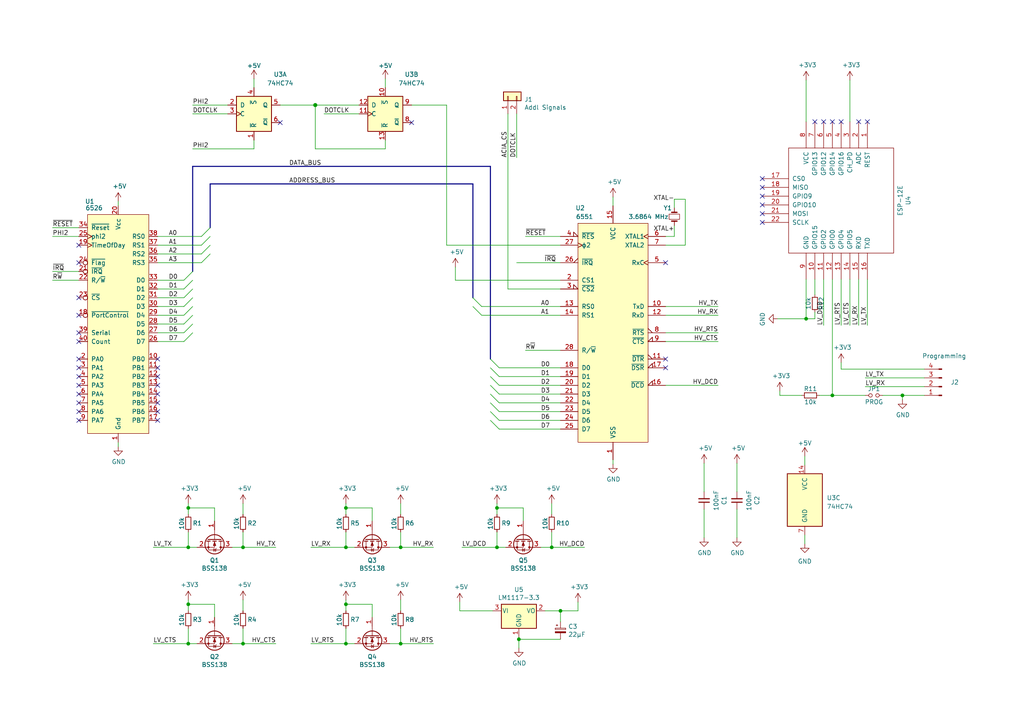
<source format=kicad_sch>
(kicad_sch (version 20210406) (generator eeschema)
  (paper "A4")
  (lib_symbols
    (symbol "6502_library:6551" (pin_names (offset 1.016))
      (property "Reference" "U" (at -10.16 33.02 0))
      (property "Value" "6551" (at 0 0 90))
      (symbol "6551_0_1"
        (rectangle (start -10.16 31.75) (end 10.16 -31.75) (fill (type background)))
      )
      (symbol "6551_1_1"
        (pin power_in line (at 0 -36.83 90) (length 5.08) (name "VSS") (number "1"))
        (pin output line (at 15.24 7.62 180) (length 5.08) (name "TxD") (number "10"))
        (pin output output_low (at 15.24 -7.62 180) (length 5.08) (name "~DTR") (number "11"))
        (pin input line (at 15.24 5.08 180) (length 5.08) (name "RxD") (number "12"))
        (pin input line (at -15.24 7.62 0) (length 5.08) (name "RS0") (number "13"))
        (pin input line (at -15.24 5.08 0) (length 5.08) (name "RS1") (number "14"))
        (pin power_in line (at 0 36.83 270) (length 5.08) (name "VCC") (number "15"))
        (pin input input_low (at 15.24 -15.24 180) (length 5.08) (name "~DCD") (number "16"))
        (pin input input_low (at 15.24 -10.16 180) (length 5.08) (name "~DSR") (number "17"))
        (pin bidirectional line (at -15.24 -10.16 0) (length 5.08) (name "D0") (number "18"))
        (pin bidirectional line (at -15.24 -12.7 0) (length 5.08) (name "D1") (number "19"))
        (pin input line (at -15.24 15.24 0) (length 5.08) (name "CS1") (number "2"))
        (pin bidirectional line (at -15.24 -15.24 0) (length 5.08) (name "D2") (number "20"))
        (pin bidirectional line (at -15.24 -17.78 0) (length 5.08) (name "D3") (number "21"))
        (pin bidirectional line (at -15.24 -20.32 0) (length 5.08) (name "D4") (number "22"))
        (pin bidirectional line (at -15.24 -22.86 0) (length 5.08) (name "D5") (number "23"))
        (pin bidirectional line (at -15.24 -25.4 0) (length 5.08) (name "D6") (number "24"))
        (pin bidirectional line (at -15.24 -27.94 0) (length 5.08) (name "D7") (number "25"))
        (pin open_collector output_low (at -15.24 20.32 0) (length 5.08) (name "~IRQ") (number "26"))
        (pin input clock (at -15.24 25.4 0) (length 5.08) (name "ϕ2") (number "27"))
        (pin input line (at -15.24 -5.08 0) (length 5.08) (name "R/~W") (number "28"))
        (pin input input_low (at -15.24 12.7 0) (length 5.08) (name "~CS2") (number "3"))
        (pin input input_low (at -15.24 27.94 0) (length 5.08) (name "~RES") (number "4"))
        (pin bidirectional clock (at 15.24 20.32 180) (length 5.08) (name "RxC") (number "5"))
        (pin input clock (at 15.24 27.94 180) (length 5.08) (name "XTAL1") (number "6"))
        (pin output line (at 15.24 25.4 180) (length 5.08) (name "XTAL2") (number "7"))
        (pin output output_low (at 15.24 0 180) (length 5.08) (name "~RTS") (number "8"))
        (pin input input_low (at 15.24 -2.54 180) (length 5.08) (name "~CTS") (number "9"))
      )
    )
    (symbol "74xx:74HC74" (pin_names (offset 1.016))
      (property "Reference" "U" (at -7.62 8.89 0))
      (property "Value" "74HC74" (at -7.62 -8.89 0))
      (symbol "74HC74_1_0"
        (pin input line (at 0 -7.62 90) (length 2.54) (name "~R") (number "1"))
        (pin input line (at -7.62 2.54 0) (length 2.54) (name "D") (number "2"))
        (pin input clock (at -7.62 0 0) (length 2.54) (name "C") (number "3"))
        (pin input line (at 0 7.62 270) (length 2.54) (name "~S") (number "4"))
        (pin output line (at 7.62 2.54 180) (length 2.54) (name "Q") (number "5"))
        (pin output line (at 7.62 -2.54 180) (length 2.54) (name "~Q") (number "6"))
      )
      (symbol "74HC74_1_1"
        (rectangle (start -5.08 5.08) (end 5.08 -5.08) (stroke (width 0.254)) (fill (type background)))
      )
      (symbol "74HC74_2_0"
        (pin input line (at 0 7.62 270) (length 2.54) (name "~S") (number "10"))
        (pin input clock (at -7.62 0 0) (length 2.54) (name "C") (number "11"))
        (pin input line (at -7.62 2.54 0) (length 2.54) (name "D") (number "12"))
        (pin input line (at 0 -7.62 90) (length 2.54) (name "~R") (number "13"))
        (pin output line (at 7.62 -2.54 180) (length 2.54) (name "~Q") (number "8"))
        (pin output line (at 7.62 2.54 180) (length 2.54) (name "Q") (number "9"))
      )
      (symbol "74HC74_2_1"
        (rectangle (start -5.08 5.08) (end 5.08 -5.08) (stroke (width 0.254)) (fill (type background)))
      )
      (symbol "74HC74_3_0"
        (pin power_in line (at 0 10.16 270) (length 2.54) (name "VCC") (number "14"))
        (pin power_in line (at 0 -10.16 90) (length 2.54) (name "GND") (number "7"))
      )
      (symbol "74HC74_3_1"
        (rectangle (start -5.08 7.62) (end 5.08 -7.62) (stroke (width 0.254)) (fill (type background)))
      )
    )
    (symbol "C64:6526" (pin_names (offset 1.016))
      (property "Reference" "U" (at -8.89 33.02 0))
      (property "Value" "6526" (at 8.89 33.02 0))
      (symbol "6526_0_1"
        (rectangle (start -8.89 -31.75) (end 8.89 31.75) (fill (type background)))
      )
      (symbol "6526_1_1"
        (pin power_in line (at 0 -34.29 90) (length 2.54) (name "Gnd") (number "1"))
        (pin bidirectional line (at 11.43 -10.16 180) (length 2.54) (name "PB0") (number "10"))
        (pin bidirectional line (at 11.43 -12.7 180) (length 2.54) (name "PB1") (number "11"))
        (pin bidirectional line (at 11.43 -15.24 180) (length 2.54) (name "PB2") (number "12"))
        (pin bidirectional line (at 11.43 -17.78 180) (length 2.54) (name "PB3") (number "13"))
        (pin bidirectional line (at 11.43 -20.32 180) (length 2.54) (name "PB4") (number "14"))
        (pin bidirectional line (at 11.43 -22.86 180) (length 2.54) (name "PB5") (number "15"))
        (pin bidirectional line (at 11.43 -25.4 180) (length 2.54) (name "PB6") (number "16"))
        (pin bidirectional line (at 11.43 -27.94 180) (length 2.54) (name "PB7") (number "17"))
        (pin input inverted (at -11.43 2.54 0) (length 2.54) (name "~PortControl") (number "18"))
        (pin input clock (at -11.43 22.86 0) (length 2.54) (name "TimeOfDay") (number "19"))
        (pin bidirectional line (at -11.43 -10.16 0) (length 2.54) (name "PA0") (number "2"))
        (pin power_in line (at 0 34.29 270) (length 2.54) (name "Vcc") (number "20"))
        (pin output inverted (at -11.43 15.24 0) (length 2.54) (name "~IRQ") (number "21"))
        (pin input line (at -11.43 12.7 0) (length 2.54) (name "R/~W") (number "22"))
        (pin input inverted (at -11.43 7.62 0) (length 2.54) (name "~CS") (number "23"))
        (pin input inverted (at -11.43 17.78 0) (length 2.54) (name "~Flag") (number "24"))
        (pin input clock (at -11.43 25.4 0) (length 2.54) (name "phi2") (number "25"))
        (pin bidirectional line (at 11.43 -5.08 180) (length 2.54) (name "D7") (number "26"))
        (pin bidirectional line (at 11.43 -2.54 180) (length 2.54) (name "D6") (number "27"))
        (pin bidirectional line (at 11.43 0 180) (length 2.54) (name "D5") (number "28"))
        (pin bidirectional line (at 11.43 2.54 180) (length 2.54) (name "D4") (number "29"))
        (pin bidirectional line (at -11.43 -12.7 0) (length 2.54) (name "PA1") (number "3"))
        (pin bidirectional line (at 11.43 5.08 180) (length 2.54) (name "D3") (number "30"))
        (pin bidirectional line (at 11.43 7.62 180) (length 2.54) (name "D2") (number "31"))
        (pin bidirectional line (at 11.43 10.16 180) (length 2.54) (name "D1") (number "32"))
        (pin bidirectional line (at 11.43 12.7 180) (length 2.54) (name "D0") (number "33"))
        (pin input line (at -11.43 27.94 0) (length 2.54) (name "~Reset") (number "34"))
        (pin input line (at 11.43 17.78 180) (length 2.54) (name "RS3") (number "35"))
        (pin input line (at 11.43 20.32 180) (length 2.54) (name "RS2") (number "36"))
        (pin input line (at 11.43 22.86 180) (length 2.54) (name "RS1") (number "37"))
        (pin input line (at 11.43 25.4 180) (length 2.54) (name "RS0") (number "38"))
        (pin bidirectional line (at -11.43 -2.54 0) (length 2.54) (name "Serial") (number "39"))
        (pin bidirectional line (at -11.43 -15.24 0) (length 2.54) (name "PA2") (number "4"))
        (pin bidirectional line (at -11.43 -5.08 0) (length 2.54) (name "Count") (number "40"))
        (pin bidirectional line (at -11.43 -17.78 0) (length 2.54) (name "PA3") (number "5"))
        (pin bidirectional line (at -11.43 -20.32 0) (length 2.54) (name "PA4") (number "6"))
        (pin bidirectional line (at -11.43 -22.86 0) (length 2.54) (name "PA5") (number "7"))
        (pin bidirectional line (at -11.43 -25.4 0) (length 2.54) (name "PA6") (number "8"))
        (pin bidirectional line (at -11.43 -27.94 0) (length 2.54) (name "PA7") (number "9"))
      )
    )
    (symbol "Connector:Conn_01x04_Male" (pin_names (offset 1.016) hide)
      (property "Reference" "J" (at 0 5.08 0))
      (property "Value" "Conn_01x04_Male" (at 0 -7.62 0))
      (symbol "Conn_01x04_Male_1_1"
        (rectangle (start 0.8636 -4.953) (end 0 -5.207) (stroke (width 0.1524)) (fill (type outline)))
        (rectangle (start 0.8636 -2.413) (end 0 -2.667) (stroke (width 0.1524)) (fill (type outline)))
        (rectangle (start 0.8636 0.127) (end 0 -0.127) (stroke (width 0.1524)) (fill (type outline)))
        (rectangle (start 0.8636 2.667) (end 0 2.413) (stroke (width 0.1524)) (fill (type outline)))
        (polyline (pts (xy 1.27 -5.08) (xy 0.8636 -5.08)) (stroke (width 0.1524)))
        (polyline (pts (xy 1.27 -2.54) (xy 0.8636 -2.54)) (stroke (width 0.1524)))
        (polyline (pts (xy 1.27 0) (xy 0.8636 0)) (stroke (width 0.1524)))
        (polyline (pts (xy 1.27 2.54) (xy 0.8636 2.54)) (stroke (width 0.1524)))
        (pin passive line (at 5.08 2.54 180) (length 3.81) (name "Pin_1") (number "1"))
        (pin passive line (at 5.08 0 180) (length 3.81) (name "Pin_2") (number "2"))
        (pin passive line (at 5.08 -2.54 180) (length 3.81) (name "Pin_3") (number "3"))
        (pin passive line (at 5.08 -5.08 180) (length 3.81) (name "Pin_4") (number "4"))
      )
    )
    (symbol "Connector_Generic:Conn_01x02" (pin_names (offset 1.016) hide)
      (property "Reference" "J" (at 0 2.54 0))
      (property "Value" "Conn_01x02" (at 0 -5.08 0))
      (symbol "Conn_01x02_1_1"
        (rectangle (start -1.27 -2.413) (end 0 -2.667) (stroke (width 0.1524)))
        (rectangle (start -1.27 0.127) (end 0 -0.127) (stroke (width 0.1524)))
        (rectangle (start -1.27 1.27) (end 1.27 -3.81) (stroke (width 0.254)) (fill (type background)))
        (pin passive line (at -5.08 0 0) (length 3.81) (name "Pin_1") (number "1"))
        (pin passive line (at -5.08 -2.54 0) (length 3.81) (name "Pin_2") (number "2"))
      )
    )
    (symbol "Device:CP_Small" (pin_numbers hide) (pin_names (offset 0.254) hide)
      (property "Reference" "C" (at 0.254 1.778 0))
      (property "Value" "CP_Small" (at 0.254 -2.032 0))
      (symbol "CP_Small_0_1"
        (rectangle (start -1.524 0.6858) (end 1.524 0.3048))
        (rectangle (start -1.524 -0.3048) (end 1.524 -0.6858) (fill (type outline)))
        (polyline (pts (xy -1.27 1.524) (xy -0.762 1.524)))
        (polyline (pts (xy -1.016 1.27) (xy -1.016 1.778)))
      )
      (symbol "CP_Small_1_1"
        (pin passive line (at 0 2.54 270) (length 1.8542) (name "~") (number "1"))
        (pin passive line (at 0 -2.54 90) (length 1.8542) (name "~") (number "2"))
      )
    )
    (symbol "Device:C_Small" (pin_numbers hide) (pin_names (offset 0.254) hide)
      (property "Reference" "C" (at 0.254 1.778 0))
      (property "Value" "C_Small" (at 0.254 -2.032 0))
      (symbol "C_Small_0_1"
        (polyline (pts (xy -1.524 -0.508) (xy 1.524 -0.508)) (stroke (width 0.3302)))
        (polyline (pts (xy -1.524 0.508) (xy 1.524 0.508)) (stroke (width 0.3048)))
      )
      (symbol "C_Small_1_1"
        (pin passive line (at 0 2.54 270) (length 2.032) (name "~") (number "1"))
        (pin passive line (at 0 -2.54 90) (length 2.032) (name "~") (number "2"))
      )
    )
    (symbol "Device:Crystal_Small" (pin_numbers hide) (pin_names (offset 1.016) hide)
      (property "Reference" "Y" (at 0 2.54 0))
      (property "Value" "Crystal_Small" (at 0 -2.54 0))
      (symbol "Crystal_Small_0_1"
        (rectangle (start -0.762 -1.524) (end 0.762 1.524))
        (polyline (pts (xy -1.27 -0.762) (xy -1.27 0.762)) (stroke (width 0.381)))
        (polyline (pts (xy 1.27 -0.762) (xy 1.27 0.762)) (stroke (width 0.381)))
      )
      (symbol "Crystal_Small_1_1"
        (pin passive line (at -2.54 0 0) (length 1.27) (name "1") (number "1"))
        (pin passive line (at 2.54 0 180) (length 1.27) (name "2") (number "2"))
      )
    )
    (symbol "Device:Jumper_NO_Small" (pin_numbers hide) (pin_names (offset 0.762) hide)
      (property "Reference" "JP" (at 0 2.032 0))
      (property "Value" "Jumper_NO_Small" (at 0.254 -1.524 0))
      (symbol "Jumper_NO_Small_0_1"
        (circle (center -1.016 0) (radius 0.508))
        (circle (center 1.016 0) (radius 0.508))
        (pin passive line (at -2.54 0 0) (length 1.016) (name "1") (number "1"))
        (pin passive line (at 2.54 0 180) (length 1.016) (name "2") (number "2"))
      )
    )
    (symbol "Device:R_Small" (pin_numbers hide) (pin_names (offset 0.254) hide)
      (property "Reference" "R" (at 0.762 0.508 0))
      (property "Value" "R_Small" (at 0.762 -1.016 0))
      (symbol "R_Small_0_1"
        (rectangle (start -0.762 1.778) (end 0.762 -1.778) (stroke (width 0.2032)))
      )
      (symbol "R_Small_1_1"
        (pin passive line (at 0 2.54 270) (length 0.762) (name "~") (number "1"))
        (pin passive line (at 0 -2.54 90) (length 0.762) (name "~") (number "2"))
      )
    )
    (symbol "ESP8266:ESP-12E" (pin_names (offset 1.016))
      (property "Reference" "U" (at 0 -2.54 0))
      (property "Value" "ESP-12E" (at 0 2.54 0))
      (symbol "ESP-12E_1_0"
        (rectangle (start -15.24 -15.24) (end 15.24 15.24))
      )
      (symbol "ESP-12E_1_1"
        (pin input line (at -22.86 7.62 0) (length 7.62) (name "REST") (number "1"))
        (pin bidirectional line (at 22.86 -7.62 180) (length 7.62) (name "GPIO15") (number "10"))
        (pin bidirectional line (at 22.86 -5.08 180) (length 7.62) (name "GPIO2") (number "11"))
        (pin bidirectional line (at 22.86 -2.54 180) (length 7.62) (name "GPIO0") (number "12"))
        (pin bidirectional line (at 22.86 0 180) (length 7.62) (name "GPIO4") (number "13"))
        (pin bidirectional line (at 22.86 2.54 180) (length 7.62) (name "GPIO5") (number "14"))
        (pin input line (at 22.86 5.08 180) (length 7.62) (name "RXD") (number "15"))
        (pin output line (at 22.86 7.62 180) (length 7.62) (name "TXD") (number "16"))
        (pin bidirectional line (at -6.35 -22.86 90) (length 7.62) (name "CS0") (number "17"))
        (pin bidirectional line (at -3.81 -22.86 90) (length 7.62) (name "MISO") (number "18"))
        (pin bidirectional line (at -1.27 -22.86 90) (length 7.62) (name "GPIO9") (number "19"))
        (pin passive line (at -22.86 5.08 0) (length 7.62) (name "ADC") (number "2"))
        (pin bidirectional line (at 1.27 -22.86 90) (length 7.62) (name "GPIO10") (number "20"))
        (pin bidirectional line (at 3.81 -22.86 90) (length 7.62) (name "MOSI") (number "21"))
        (pin bidirectional line (at 6.35 -22.86 90) (length 7.62) (name "SCLK") (number "22"))
        (pin input line (at -22.86 2.54 0) (length 7.62) (name "CH_PD") (number "3"))
        (pin bidirectional line (at -22.86 0 0) (length 7.62) (name "GPIO16") (number "4"))
        (pin bidirectional line (at -22.86 -2.54 0) (length 7.62) (name "GPIO14") (number "5"))
        (pin bidirectional line (at -22.86 -5.08 0) (length 7.62) (name "GPIO12") (number "6"))
        (pin bidirectional line (at -22.86 -7.62 0) (length 7.62) (name "GPIO13") (number "7"))
        (pin power_in line (at -22.86 -10.16 0) (length 7.62) (name "VCC") (number "8"))
        (pin power_in line (at 22.86 -10.16 180) (length 7.62) (name "GND") (number "9"))
      )
    )
    (symbol "Regulator_Linear:LM1117-3.3" (pin_names (offset 0.254))
      (property "Reference" "U" (at -3.81 3.175 0))
      (property "Value" "LM1117-3.3" (at 0 3.175 0))
      (symbol "LM1117-3.3_0_1"
        (rectangle (start -5.08 -5.08) (end 5.08 1.905) (stroke (width 0.254)) (fill (type background)))
      )
      (symbol "LM1117-3.3_1_1"
        (pin power_in line (at 0 -7.62 90) (length 2.54) (name "GND") (number "1"))
        (pin power_out line (at 7.62 0 180) (length 2.54) (name "VO") (number "2"))
        (pin power_in line (at -7.62 0 0) (length 2.54) (name "VI") (number "3"))
      )
    )
    (symbol "Transistor_FET:BSS138" (pin_names hide)
      (property "Reference" "Q" (at 5.08 1.905 0))
      (property "Value" "BSS138" (at 5.08 0 0))
      (symbol "BSS138_0_1"
        (circle (center 1.651 0) (radius 2.794) (stroke (width 0.254)))
        (circle (center 2.54 -1.778) (radius 0.254) (fill (type outline)))
        (circle (center 2.54 1.778) (radius 0.254) (fill (type outline)))
        (polyline (pts (xy 0.254 0) (xy -2.54 0)))
        (polyline (pts (xy 0.254 1.905) (xy 0.254 -1.905)) (stroke (width 0.254)))
        (polyline (pts (xy 0.762 -1.27) (xy 0.762 -2.286)) (stroke (width 0.254)))
        (polyline (pts (xy 0.762 0.508) (xy 0.762 -0.508)) (stroke (width 0.254)))
        (polyline (pts (xy 0.762 2.286) (xy 0.762 1.27)) (stroke (width 0.254)))
        (polyline (pts (xy 2.54 2.54) (xy 2.54 1.778)))
        (polyline (pts (xy 2.54 -2.54) (xy 2.54 0) (xy 0.762 0)))
        (polyline (pts (xy 0.762 -1.778) (xy 3.302 -1.778) (xy 3.302 1.778) (xy 0.762 1.778)))
        (polyline (pts (xy 2.794 0.508) (xy 2.921 0.381) (xy 3.683 0.381) (xy 3.81 0.254)))
        (polyline (pts (xy 3.302 0.381) (xy 2.921 -0.254) (xy 3.683 -0.254) (xy 3.302 0.381)))
        (polyline (pts (xy 1.016 0) (xy 2.032 0.381) (xy 2.032 -0.381) (xy 1.016 0)) (fill (type outline)))
      )
      (symbol "BSS138_1_1"
        (pin input line (at -5.08 0 0) (length 2.54) (name "G") (number "1"))
        (pin passive line (at 2.54 -5.08 90) (length 2.54) (name "S") (number "2"))
        (pin passive line (at 2.54 5.08 270) (length 2.54) (name "D") (number "3"))
      )
    )
    (symbol "power:+3.3V" (power) (pin_names (offset 0))
      (property "Value" "+3.3V" (at 0 3.556 0))
      (symbol "+3.3V_0_1"
        (polyline (pts (xy -0.762 1.27) (xy 0 2.54)))
        (polyline (pts (xy 0 0) (xy 0 2.54)))
        (polyline (pts (xy 0 2.54) (xy 0.762 1.27)))
      )
      (symbol "+3.3V_1_1"
        (pin power_in line (at 0 0 90) (length 0) hide (name "+3V3") (number "1"))
      )
    )
    (symbol "power:+5V" (power) (pin_names (offset 0))
      (property "Value" "+5V" (at 0 3.556 0))
      (symbol "+5V_0_1"
        (polyline (pts (xy -0.762 1.27) (xy 0 2.54)))
        (polyline (pts (xy 0 0) (xy 0 2.54)))
        (polyline (pts (xy 0 2.54) (xy 0.762 1.27)))
      )
      (symbol "+5V_1_1"
        (pin power_in line (at 0 0 90) (length 0) hide (name "+5V") (number "1"))
      )
    )
    (symbol "power:GND" (power) (pin_names (offset 0))
      (property "Value" "GND" (at 0 -3.81 0))
      (symbol "GND_0_1"
        (polyline (pts (xy 0 0) (xy 0 -1.27) (xy 1.27 -1.27) (xy 0 -2.54) (xy -1.27 -1.27) (xy 0 -1.27)))
      )
      (symbol "GND_1_1"
        (pin power_in line (at 0 0 270) (length 0) hide (name "GND") (number "1"))
      )
    )
  )
  (junction (at 54.61 147.32) (diameter 0.9144))
  (junction (at 54.61 158.75) (diameter 0.9144))
  (junction (at 54.61 175.26) (diameter 0.9144))
  (junction (at 54.61 186.69) (diameter 0.9144))
  (junction (at 70.485 158.75) (diameter 0.9144))
  (junction (at 70.485 186.69) (diameter 0.9144))
  (junction (at 91.44 30.48) (diameter 1.016))
  (junction (at 100.33 147.32) (diameter 0.9144))
  (junction (at 100.33 158.75) (diameter 0.9144))
  (junction (at 100.33 175.26) (diameter 0.9144))
  (junction (at 100.33 186.69) (diameter 0.9144))
  (junction (at 116.205 158.75) (diameter 0.9144))
  (junction (at 116.205 186.69) (diameter 0.9144))
  (junction (at 144.145 147.32) (diameter 0.9144))
  (junction (at 144.145 158.75) (diameter 0.9144))
  (junction (at 150.495 185.42) (diameter 0.9144))
  (junction (at 160.02 158.75) (diameter 0.9144))
  (junction (at 162.56 177.165) (diameter 0.9144))
  (junction (at 233.807 92.456) (diameter 0.9144))
  (junction (at 241.427 114.681) (diameter 0.9144))
  (junction (at 261.747 114.681) (diameter 0.9144))
  (no_connect (at 22.86 71.12))
  (no_connect (at 22.86 76.2))
  (no_connect (at 22.86 86.36))
  (no_connect (at 22.86 91.44))
  (no_connect (at 22.86 96.52))
  (no_connect (at 22.86 99.06))
  (no_connect (at 22.86 104.14))
  (no_connect (at 22.86 106.68))
  (no_connect (at 22.86 109.22))
  (no_connect (at 22.86 111.76))
  (no_connect (at 22.86 114.3))
  (no_connect (at 22.86 116.84))
  (no_connect (at 22.86 119.38))
  (no_connect (at 22.86 121.92))
  (no_connect (at 45.72 104.14))
  (no_connect (at 45.72 106.68))
  (no_connect (at 45.72 109.22))
  (no_connect (at 45.72 111.76))
  (no_connect (at 45.72 114.3))
  (no_connect (at 45.72 116.84))
  (no_connect (at 45.72 119.38))
  (no_connect (at 45.72 121.92))
  (no_connect (at 81.28 35.56))
  (no_connect (at 119.38 35.56))
  (no_connect (at 193.04 76.2))
  (no_connect (at 193.04 104.14))
  (no_connect (at 193.04 106.68))
  (no_connect (at 221.107 51.816))
  (no_connect (at 221.107 54.356))
  (no_connect (at 221.107 56.896))
  (no_connect (at 221.107 59.436))
  (no_connect (at 221.107 61.976))
  (no_connect (at 221.107 64.516))
  (no_connect (at 236.347 35.306))
  (no_connect (at 238.887 35.306))
  (no_connect (at 241.427 35.306))
  (no_connect (at 243.967 35.306))
  (no_connect (at 249.047 35.306))
  (no_connect (at 251.587 35.306))
  (bus_entry (at 53.34 81.28) (size 2.54 -2.54) (stroke (width 0.1524)))
  (bus_entry (at 53.34 83.82) (size 2.54 -2.54) (stroke (width 0.1524)))
  (bus_entry (at 53.34 86.36) (size 2.54 -2.54) (stroke (width 0.1524)))
  (bus_entry (at 53.34 88.9) (size 2.54 -2.54) (stroke (width 0.1524)))
  (bus_entry (at 53.34 91.44) (size 2.54 -2.54) (stroke (width 0.1524)))
  (bus_entry (at 53.34 93.98) (size 2.54 -2.54) (stroke (width 0.1524)))
  (bus_entry (at 53.34 96.52) (size 2.54 -2.54) (stroke (width 0.1524)))
  (bus_entry (at 53.34 99.06) (size 2.54 -2.54) (stroke (width 0.1524)))
  (bus_entry (at 58.42 68.58) (size 2.54 -2.54) (stroke (width 0.1524)))
  (bus_entry (at 58.42 71.12) (size 2.54 -2.54) (stroke (width 0.1524)))
  (bus_entry (at 58.42 73.66) (size 2.54 -2.54) (stroke (width 0.1524)))
  (bus_entry (at 58.42 76.2) (size 2.54 -2.54) (stroke (width 0.1524)))
  (bus_entry (at 139.7 88.9) (size -2.54 -2.54) (stroke (width 0.1524)))
  (bus_entry (at 139.7 91.44) (size -2.54 -2.54) (stroke (width 0.1524)))
  (bus_entry (at 142.24 104.14) (size 2.54 2.54) (stroke (width 0.1524)))
  (bus_entry (at 142.24 106.68) (size 2.54 2.54) (stroke (width 0.1524)))
  (bus_entry (at 142.24 109.22) (size 2.54 2.54) (stroke (width 0.1524)))
  (bus_entry (at 142.24 111.76) (size 2.54 2.54) (stroke (width 0.1524)))
  (bus_entry (at 142.24 114.3) (size 2.54 2.54) (stroke (width 0.1524)))
  (bus_entry (at 142.24 116.84) (size 2.54 2.54) (stroke (width 0.1524)))
  (bus_entry (at 142.24 119.38) (size 2.54 2.54) (stroke (width 0.1524)))
  (bus_entry (at 142.24 121.92) (size 2.54 2.54) (stroke (width 0.1524)))
  (wire (pts (xy 22.86 66.04) (xy 15.24 66.04)))
  (wire (pts (xy 22.86 68.58) (xy 15.24 68.58)))
  (wire (pts (xy 22.86 78.74) (xy 15.24 78.74)))
  (wire (pts (xy 22.86 81.28) (xy 15.24 81.28)))
  (wire (pts (xy 34.29 58.42) (xy 34.29 59.69)))
  (wire (pts (xy 34.29 128.27) (xy 34.29 129.54)))
  (wire (pts (xy 45.72 68.58) (xy 58.42 68.58)))
  (wire (pts (xy 45.72 71.12) (xy 58.42 71.12)))
  (wire (pts (xy 45.72 73.66) (xy 58.42 73.66)))
  (wire (pts (xy 45.72 76.2) (xy 58.42 76.2)))
  (wire (pts (xy 53.34 81.28) (xy 45.72 81.28)))
  (wire (pts (xy 53.34 83.82) (xy 45.72 83.82)))
  (wire (pts (xy 53.34 86.36) (xy 45.72 86.36)))
  (wire (pts (xy 53.34 88.9) (xy 45.72 88.9)))
  (wire (pts (xy 53.34 91.44) (xy 45.72 91.44)))
  (wire (pts (xy 53.34 93.98) (xy 45.72 93.98)))
  (wire (pts (xy 53.34 96.52) (xy 45.72 96.52)))
  (wire (pts (xy 53.34 99.06) (xy 45.72 99.06)))
  (wire (pts (xy 54.61 146.05) (xy 54.61 147.32)))
  (wire (pts (xy 54.61 147.32) (xy 54.61 149.225)))
  (wire (pts (xy 54.61 154.305) (xy 54.61 158.75)))
  (wire (pts (xy 54.61 158.75) (xy 44.45 158.75)))
  (wire (pts (xy 54.61 173.99) (xy 54.61 175.26)))
  (wire (pts (xy 54.61 175.26) (xy 54.61 177.165)))
  (wire (pts (xy 54.61 182.245) (xy 54.61 186.69)))
  (wire (pts (xy 54.61 186.69) (xy 44.45 186.69)))
  (wire (pts (xy 55.88 30.48) (xy 66.04 30.48)))
  (wire (pts (xy 55.88 33.02) (xy 66.04 33.02)))
  (wire (pts (xy 55.88 43.18) (xy 73.66 43.18)))
  (wire (pts (xy 57.15 158.75) (xy 54.61 158.75)))
  (wire (pts (xy 57.15 186.69) (xy 54.61 186.69)))
  (wire (pts (xy 62.23 147.32) (xy 54.61 147.32)))
  (wire (pts (xy 62.23 151.13) (xy 62.23 147.32)))
  (wire (pts (xy 62.23 175.26) (xy 54.61 175.26)))
  (wire (pts (xy 62.23 179.07) (xy 62.23 175.26)))
  (wire (pts (xy 70.485 146.05) (xy 70.485 149.225)))
  (wire (pts (xy 70.485 154.305) (xy 70.485 158.75)))
  (wire (pts (xy 70.485 158.75) (xy 67.31 158.75)))
  (wire (pts (xy 70.485 173.99) (xy 70.485 177.165)))
  (wire (pts (xy 70.485 182.245) (xy 70.485 186.69)))
  (wire (pts (xy 70.485 186.69) (xy 67.31 186.69)))
  (wire (pts (xy 73.66 22.86) (xy 73.66 25.4)))
  (wire (pts (xy 73.66 40.64) (xy 73.66 43.18)))
  (wire (pts (xy 80.01 158.75) (xy 70.485 158.75)))
  (wire (pts (xy 80.01 186.69) (xy 70.485 186.69)))
  (wire (pts (xy 81.28 30.48) (xy 91.44 30.48)))
  (wire (pts (xy 91.44 30.48) (xy 91.44 43.18)))
  (wire (pts (xy 91.44 30.48) (xy 104.14 30.48)))
  (wire (pts (xy 91.44 43.18) (xy 111.76 43.18)))
  (wire (pts (xy 93.98 33.02) (xy 104.14 33.02)))
  (wire (pts (xy 100.33 146.05) (xy 100.33 147.32)))
  (wire (pts (xy 100.33 147.32) (xy 100.33 149.225)))
  (wire (pts (xy 100.33 154.305) (xy 100.33 158.75)))
  (wire (pts (xy 100.33 158.75) (xy 90.17 158.75)))
  (wire (pts (xy 100.33 173.99) (xy 100.33 175.26)))
  (wire (pts (xy 100.33 175.26) (xy 100.33 177.165)))
  (wire (pts (xy 100.33 182.245) (xy 100.33 186.69)))
  (wire (pts (xy 100.33 186.69) (xy 90.17 186.69)))
  (wire (pts (xy 102.87 158.75) (xy 100.33 158.75)))
  (wire (pts (xy 102.87 186.69) (xy 100.33 186.69)))
  (wire (pts (xy 107.95 147.32) (xy 100.33 147.32)))
  (wire (pts (xy 107.95 151.13) (xy 107.95 147.32)))
  (wire (pts (xy 107.95 175.26) (xy 100.33 175.26)))
  (wire (pts (xy 107.95 179.07) (xy 107.95 175.26)))
  (wire (pts (xy 111.76 22.86) (xy 111.76 25.4)))
  (wire (pts (xy 111.76 43.18) (xy 111.76 40.64)))
  (wire (pts (xy 116.205 146.05) (xy 116.205 149.225)))
  (wire (pts (xy 116.205 154.305) (xy 116.205 158.75)))
  (wire (pts (xy 116.205 158.75) (xy 113.03 158.75)))
  (wire (pts (xy 116.205 173.99) (xy 116.205 177.165)))
  (wire (pts (xy 116.205 182.245) (xy 116.205 186.69)))
  (wire (pts (xy 116.205 186.69) (xy 113.03 186.69)))
  (wire (pts (xy 125.73 158.75) (xy 116.205 158.75)))
  (wire (pts (xy 125.73 186.69) (xy 116.205 186.69)))
  (wire (pts (xy 129.54 30.48) (xy 119.38 30.48)))
  (wire (pts (xy 129.54 30.48) (xy 129.54 71.12)))
  (wire (pts (xy 129.54 71.12) (xy 162.56 71.12)))
  (wire (pts (xy 132.08 77.47) (xy 132.08 81.28)))
  (wire (pts (xy 132.08 81.28) (xy 162.56 81.28)))
  (wire (pts (xy 133.35 177.165) (xy 133.35 174.625)))
  (wire (pts (xy 139.7 88.9) (xy 162.56 88.9)))
  (wire (pts (xy 139.7 91.44) (xy 162.56 91.44)))
  (wire (pts (xy 142.875 177.165) (xy 133.35 177.165)))
  (wire (pts (xy 144.145 146.05) (xy 144.145 147.32)))
  (wire (pts (xy 144.145 147.32) (xy 144.145 149.225)))
  (wire (pts (xy 144.145 154.305) (xy 144.145 158.75)))
  (wire (pts (xy 144.145 158.75) (xy 133.985 158.75)))
  (wire (pts (xy 144.78 106.68) (xy 162.56 106.68)))
  (wire (pts (xy 144.78 109.22) (xy 162.56 109.22)))
  (wire (pts (xy 144.78 111.76) (xy 162.56 111.76)))
  (wire (pts (xy 144.78 114.3) (xy 162.56 114.3)))
  (wire (pts (xy 144.78 116.84) (xy 162.56 116.84)))
  (wire (pts (xy 144.78 119.38) (xy 162.56 119.38)))
  (wire (pts (xy 144.78 121.92) (xy 162.56 121.92)))
  (wire (pts (xy 144.78 124.46) (xy 162.56 124.46)))
  (wire (pts (xy 146.685 158.75) (xy 144.145 158.75)))
  (wire (pts (xy 147.32 83.82) (xy 147.32 33.02)))
  (wire (pts (xy 149.86 33.02) (xy 149.86 45.72)))
  (wire (pts (xy 149.86 76.2) (xy 162.56 76.2)))
  (wire (pts (xy 150.495 184.785) (xy 150.495 185.42)))
  (wire (pts (xy 150.495 185.42) (xy 150.495 187.96)))
  (wire (pts (xy 151.765 147.32) (xy 144.145 147.32)))
  (wire (pts (xy 151.765 151.13) (xy 151.765 147.32)))
  (wire (pts (xy 152.4 68.58) (xy 162.56 68.58)))
  (wire (pts (xy 152.4 101.6) (xy 162.56 101.6)))
  (wire (pts (xy 158.115 177.165) (xy 162.56 177.165)))
  (wire (pts (xy 160.02 146.05) (xy 160.02 149.225)))
  (wire (pts (xy 160.02 154.305) (xy 160.02 158.75)))
  (wire (pts (xy 160.02 158.75) (xy 156.845 158.75)))
  (wire (pts (xy 162.56 83.82) (xy 147.32 83.82)))
  (wire (pts (xy 162.56 177.165) (xy 167.64 177.165)))
  (wire (pts (xy 162.56 180.34) (xy 162.56 177.165)))
  (wire (pts (xy 162.56 185.42) (xy 150.495 185.42)))
  (wire (pts (xy 167.64 177.165) (xy 167.64 174.625)))
  (wire (pts (xy 169.545 158.75) (xy 160.02 158.75)))
  (wire (pts (xy 177.8 57.15) (xy 177.8 59.69)))
  (wire (pts (xy 177.8 133.35) (xy 177.8 134.62)))
  (wire (pts (xy 193.04 71.12) (xy 198.755 71.12)))
  (wire (pts (xy 193.04 88.9) (xy 208.28 88.9)))
  (wire (pts (xy 193.04 91.44) (xy 208.28 91.44)))
  (wire (pts (xy 193.04 96.52) (xy 208.28 96.52)))
  (wire (pts (xy 193.04 99.06) (xy 208.28 99.06)))
  (wire (pts (xy 193.04 111.76) (xy 208.28 111.76)))
  (wire (pts (xy 195.58 57.785) (xy 198.755 57.785)))
  (wire (pts (xy 195.58 60.325) (xy 195.58 57.785)))
  (wire (pts (xy 195.58 68.58) (xy 193.04 68.58)))
  (wire (pts (xy 195.58 68.58) (xy 195.58 65.405)))
  (wire (pts (xy 198.755 57.785) (xy 198.755 71.12)))
  (wire (pts (xy 204.216 142.621) (xy 204.216 134.366)))
  (wire (pts (xy 204.216 155.956) (xy 204.216 147.701)))
  (wire (pts (xy 213.741 142.621) (xy 213.741 134.366)))
  (wire (pts (xy 213.741 155.956) (xy 213.741 147.701)))
  (wire (pts (xy 226.187 113.411) (xy 226.187 114.681)))
  (wire (pts (xy 226.187 114.681) (xy 232.537 114.681)))
  (wire (pts (xy 233.426 132.334) (xy 233.426 134.874)))
  (wire (pts (xy 233.426 155.194) (xy 233.426 157.734)))
  (wire (pts (xy 233.807 35.306) (xy 233.807 23.241)))
  (wire (pts (xy 233.807 81.026) (xy 233.807 92.456)))
  (wire (pts (xy 233.807 92.456) (xy 225.552 92.456)))
  (wire (pts (xy 236.347 81.026) (xy 236.347 85.471)))
  (wire (pts (xy 236.347 90.551) (xy 236.347 92.456)))
  (wire (pts (xy 236.347 92.456) (xy 233.807 92.456)))
  (wire (pts (xy 237.617 114.681) (xy 241.427 114.681)))
  (wire (pts (xy 238.887 81.026) (xy 238.887 94.361)))
  (wire (pts (xy 241.427 81.026) (xy 241.427 114.681)))
  (wire (pts (xy 241.427 114.681) (xy 250.952 114.681)))
  (wire (pts (xy 243.967 81.026) (xy 243.967 94.361)))
  (wire (pts (xy 243.967 107.061) (xy 243.967 105.156)))
  (wire (pts (xy 246.507 23.241) (xy 246.507 35.306)))
  (wire (pts (xy 246.507 81.026) (xy 246.507 94.361)))
  (wire (pts (xy 249.047 81.026) (xy 249.047 94.361)))
  (wire (pts (xy 251.587 81.026) (xy 251.587 94.361)))
  (wire (pts (xy 261.747 114.681) (xy 256.032 114.681)))
  (wire (pts (xy 261.747 115.951) (xy 261.747 114.681)))
  (wire (pts (xy 268.097 107.061) (xy 243.967 107.061)))
  (wire (pts (xy 268.097 109.601) (xy 250.952 109.601)))
  (wire (pts (xy 268.097 112.141) (xy 250.952 112.141)))
  (wire (pts (xy 268.097 114.681) (xy 261.747 114.681)))
  (bus (pts (xy 55.88 48.26) (xy 55.88 96.52)))
  (bus (pts (xy 55.88 48.26) (xy 142.24 48.26)))
  (bus (pts (xy 60.96 53.34) (xy 60.96 73.66)))
  (bus (pts (xy 60.96 53.34) (xy 137.16 53.34)))
  (bus (pts (xy 137.16 53.34) (xy 137.16 88.9)))
  (bus (pts (xy 142.24 48.26) (xy 142.24 121.92)))
  (label "~RESET" (at 15.24 66.04 0))
  (label "PHI2" (at 15.24 68.58 0))
  (label "~IRQ" (at 15.24 78.74 0))
  (label "R~W" (at 15.24 81.28 0))
  (label "LV_TX" (at 44.45 158.75 0))
  (label "LV_CTS" (at 44.45 186.69 0))
  (label "A0" (at 48.895 68.58 0))
  (label "A1" (at 48.895 71.12 0))
  (label "A2" (at 48.895 73.66 0))
  (label "A3" (at 48.895 76.2 0))
  (label "D0" (at 48.895 81.28 0))
  (label "D1" (at 48.895 83.82 0))
  (label "D2" (at 48.895 86.36 0))
  (label "D3" (at 48.895 88.9 0))
  (label "D4" (at 48.895 91.44 0))
  (label "D5" (at 48.895 93.98 0))
  (label "D6" (at 48.895 96.52 0))
  (label "D7" (at 48.895 99.06 0))
  (label "PHI2" (at 55.88 30.48 0))
  (label "DOTCLK" (at 55.88 33.02 0))
  (label "PHI2" (at 55.88 43.18 0))
  (label "HV_TX" (at 80.01 158.75 180))
  (label "HV_CTS" (at 80.01 186.69 180))
  (label "DATA_BUS" (at 83.82 48.26 0))
  (label "ADDRESS_BUS" (at 83.82 53.34 0))
  (label "LV_RX" (at 90.17 158.75 0))
  (label "LV_RTS" (at 90.17 186.69 0))
  (label "DOTCLK" (at 93.98 33.02 0))
  (label "HV_RX" (at 125.73 158.75 180))
  (label "HV_RTS" (at 125.73 186.69 180))
  (label "LV_DCD" (at 133.985 158.75 0))
  (label "ACIA_CS" (at 147.32 45.72 90))
  (label "DOTCLK" (at 149.86 45.72 90))
  (label "~RESET" (at 152.4 68.58 0))
  (label "R~W" (at 152.4 101.6 0))
  (label "A0" (at 156.845 88.9 0))
  (label "A1" (at 156.845 91.44 0))
  (label "D0" (at 156.845 106.68 0))
  (label "D1" (at 156.845 109.22 0))
  (label "D2" (at 156.845 111.76 0))
  (label "D3" (at 156.845 114.3 0))
  (label "D4" (at 156.845 116.84 0))
  (label "D5" (at 156.845 119.38 0))
  (label "D6" (at 156.845 121.92 0))
  (label "D7" (at 156.845 124.46 0))
  (label "~IRQ" (at 161.29 76.2 180))
  (label "HV_DCD" (at 169.545 158.75 180))
  (label "XTAL-" (at 195.58 58.42 180))
  (label "XTAL+" (at 195.58 67.31 180))
  (label "HV_TX" (at 208.28 88.9 180))
  (label "HV_RX" (at 208.28 91.44 180))
  (label "HV_RTS" (at 208.28 96.52 180))
  (label "HV_CTS" (at 208.28 99.06 180))
  (label "HV_DCD" (at 208.28 111.76 180))
  (label "LV_DCD" (at 238.887 94.361 90))
  (label "LV_RTS" (at 243.967 94.361 90))
  (label "LV_CTS" (at 246.507 94.361 90))
  (label "LV_RX" (at 249.047 94.361 90))
  (label "LV_TX" (at 250.952 109.601 0))
  (label "LV_RX" (at 250.952 112.141 0))
  (label "LV_TX" (at 251.587 94.361 90))
  (symbol (lib_id "power:+5V") (at 34.29 58.42 0) (unit 1)
    (property "Reference" "#PWR01" (effects hide))
    (property "Value" "+5V" (at 34.671 54.0258 0))
  )
  (symbol (lib_id "power:+3.3V") (at 54.61 146.05 0) (unit 1)
    (property "Reference" "#PWR0106" (effects hide))
    (property "Value" "+3.3V" (at 54.991 141.6558 0))
  )
  (symbol (lib_id "power:+3.3V") (at 54.61 173.99 0) (unit 1)
    (property "Reference" "#PWR0111" (effects hide))
    (property "Value" "+3.3V" (at 54.991 169.5958 0))
  )
  (symbol (lib_id "power:+5V") (at 70.485 146.05 0) (unit 1)
    (property "Reference" "#PWR0107" (effects hide))
    (property "Value" "+5V" (at 70.866 141.6558 0))
  )
  (symbol (lib_id "power:+5V") (at 70.485 173.99 0) (unit 1)
    (property "Reference" "#PWR0110" (effects hide))
    (property "Value" "+5V" (at 70.866 169.5958 0))
  )
  (symbol (lib_id "power:+5V") (at 73.66 22.86 0) (unit 1)
    (property "Reference" "#PWR08" (effects hide))
    (property "Value" "+5V" (at 73.66 19.05 0))
  )
  (symbol (lib_id "power:+3.3V") (at 100.33 146.05 0) (unit 1)
    (property "Reference" "#PWR0109" (effects hide))
    (property "Value" "+3.3V" (at 100.711 141.6558 0))
  )
  (symbol (lib_id "power:+3.3V") (at 100.33 173.99 0) (unit 1)
    (property "Reference" "#PWR0113" (effects hide))
    (property "Value" "+3.3V" (at 100.711 169.5958 0))
  )
  (symbol (lib_id "power:+5V") (at 111.76 22.86 0) (unit 1)
    (property "Reference" "#PWR09" (effects hide))
    (property "Value" "+5V" (at 111.76 19.05 0))
  )
  (symbol (lib_id "power:+5V") (at 116.205 146.05 0) (unit 1)
    (property "Reference" "#PWR0108" (effects hide))
    (property "Value" "+5V" (at 116.586 141.6558 0))
  )
  (symbol (lib_id "power:+5V") (at 116.205 173.99 0) (unit 1)
    (property "Reference" "#PWR0112" (effects hide))
    (property "Value" "+5V" (at 116.586 169.5958 0))
  )
  (symbol (lib_id "power:+5V") (at 132.08 77.47 0) (unit 1)
    (property "Reference" "#PWR05" (effects hide))
    (property "Value" "+5V" (at 132.461 73.0758 0))
  )
  (symbol (lib_id "power:+5V") (at 133.35 174.625 0) (unit 1)
    (property "Reference" "#PWR0101" (effects hide))
    (property "Value" "+5V" (at 133.731 170.2308 0))
  )
  (symbol (lib_id "power:+3.3V") (at 144.145 146.05 0) (unit 1)
    (property "Reference" "#PWR0115" (effects hide))
    (property "Value" "+3.3V" (at 144.526 141.6558 0))
  )
  (symbol (lib_id "power:+5V") (at 160.02 146.05 0) (unit 1)
    (property "Reference" "#PWR0114" (effects hide))
    (property "Value" "+5V" (at 160.401 141.6558 0))
  )
  (symbol (lib_id "power:+3.3V") (at 167.64 174.625 0) (unit 1)
    (property "Reference" "#PWR0104" (effects hide))
    (property "Value" "+3.3V" (at 168.021 170.2308 0))
  )
  (symbol (lib_id "power:+5V") (at 177.8 57.15 0) (unit 1)
    (property "Reference" "#PWR06" (effects hide))
    (property "Value" "+5V" (at 178.181 52.7558 0))
  )
  (symbol (lib_id "power:+5V") (at 204.216 134.366 0) (unit 1)
    (property "Reference" "#PWR017" (effects hide))
    (property "Value" "+5V" (at 204.597 129.9718 0))
  )
  (symbol (lib_id "power:+5V") (at 213.741 134.366 0) (unit 1)
    (property "Reference" "#PWR019" (effects hide))
    (property "Value" "+5V" (at 214.122 129.9718 0))
  )
  (symbol (lib_id "power:+3.3V") (at 226.187 113.411 0) (unit 1)
    (property "Reference" "#PWR0119" (effects hide))
    (property "Value" "+3.3V" (at 226.568 109.0168 0))
  )
  (symbol (lib_id "power:+5V") (at 233.426 132.334 0) (unit 1)
    (property "Reference" "#PWR03" (effects hide))
    (property "Value" "+5V" (at 233.426 128.524 0))
  )
  (symbol (lib_id "power:+3.3V") (at 233.807 23.241 0) (unit 1)
    (property "Reference" "#PWR0117" (effects hide))
    (property "Value" "+3.3V" (at 234.188 18.8468 0))
  )
  (symbol (lib_id "power:+3.3V") (at 243.967 105.156 0) (unit 1)
    (property "Reference" "#PWR0121" (effects hide))
    (property "Value" "+3.3V" (at 244.348 100.7618 0))
  )
  (symbol (lib_id "power:+3.3V") (at 246.507 23.241 0) (unit 1)
    (property "Reference" "#PWR0118" (effects hide))
    (property "Value" "+3.3V" (at 246.888 18.8468 0))
  )
  (symbol (lib_id "Device:Jumper_NO_Small") (at 253.492 114.681 0) (unit 1)
    (property "Reference" "JP1" (at 253.492 112.776 0))
    (property "Value" "PROG" (at 253.492 116.586 0))
    (property "Footprint" "Connector_PinHeader_2.54mm:PinHeader_1x02_P2.54mm_Vertical" (effects hide))
  )
  (symbol (lib_id "power:GND") (at 34.29 129.54 0) (unit 1)
    (property "Reference" "#PWR02" (effects hide))
    (property "Value" "GND" (at 34.417 133.9342 0))
  )
  (symbol (lib_id "power:GND") (at 150.495 187.96 0) (unit 1)
    (property "Reference" "#PWR0105" (effects hide))
    (property "Value" "GND" (at 150.622 192.3542 0))
  )
  (symbol (lib_id "power:GND") (at 177.8 134.62 0) (unit 1)
    (property "Reference" "#PWR07" (effects hide))
    (property "Value" "GND" (at 177.927 139.0142 0))
  )
  (symbol (lib_id "power:GND") (at 204.216 155.956 0) (unit 1)
    (property "Reference" "#PWR018" (effects hide))
    (property "Value" "GND" (at 204.343 160.3502 0))
  )
  (symbol (lib_id "power:GND") (at 213.741 155.956 0) (unit 1)
    (property "Reference" "#PWR020" (effects hide))
    (property "Value" "GND" (at 213.868 160.3502 0))
  )
  (symbol (lib_id "power:GND") (at 225.552 92.456 270) (unit 1)
    (property "Reference" "#PWR0116" (effects hide))
    (property "Value" "GND" (at 221.1578 92.583 0))
  )
  (symbol (lib_id "power:GND") (at 233.426 157.734 0) (unit 1)
    (property "Reference" "#PWR04" (effects hide))
    (property "Value" "GND" (at 233.426 162.814 0))
  )
  (symbol (lib_id "power:GND") (at 261.747 115.951 0) (unit 1)
    (property "Reference" "#PWR0120" (effects hide))
    (property "Value" "GND" (at 261.874 120.3452 0))
  )
  (symbol (lib_id "Device:R_Small") (at 54.61 151.765 0) (unit 1)
    (property "Reference" "R1" (at 55.88 151.765 0) (effects (justify left)))
    (property "Value" "10k" (at 52.705 153.67 90) (effects (justify left)))
    (property "Footprint" "Resistor_SMD:R_0603_1608Metric" (effects hide))
  )
  (symbol (lib_id "Device:R_Small") (at 54.61 179.705 0) (unit 1)
    (property "Reference" "R3" (at 55.88 179.705 0) (effects (justify left)))
    (property "Value" "10k" (at 52.705 181.61 90) (effects (justify left)))
    (property "Footprint" "Resistor_SMD:R_0603_1608Metric" (effects hide))
  )
  (symbol (lib_id "Device:R_Small") (at 70.485 151.765 0) (unit 1)
    (property "Reference" "R2" (at 71.755 151.765 0) (effects (justify left)))
    (property "Value" "10k" (at 68.58 153.67 90) (effects (justify left)))
    (property "Footprint" "Resistor_SMD:R_0603_1608Metric" (effects hide))
  )
  (symbol (lib_id "Device:R_Small") (at 70.485 179.705 0) (unit 1)
    (property "Reference" "R4" (at 71.755 179.705 0) (effects (justify left)))
    (property "Value" "10k" (at 68.58 181.61 90) (effects (justify left)))
    (property "Footprint" "Resistor_SMD:R_0603_1608Metric" (effects hide))
  )
  (symbol (lib_id "Device:R_Small") (at 100.33 151.765 0) (unit 1)
    (property "Reference" "R5" (at 101.6 151.765 0) (effects (justify left)))
    (property "Value" "10k" (at 98.425 153.67 90) (effects (justify left)))
    (property "Footprint" "Resistor_SMD:R_0603_1608Metric" (effects hide))
  )
  (symbol (lib_id "Device:R_Small") (at 100.33 179.705 0) (unit 1)
    (property "Reference" "R7" (at 101.6 179.705 0) (effects (justify left)))
    (property "Value" "10k" (at 98.425 181.61 90) (effects (justify left)))
    (property "Footprint" "Resistor_SMD:R_0603_1608Metric" (effects hide))
  )
  (symbol (lib_id "Device:R_Small") (at 116.205 151.765 0) (unit 1)
    (property "Reference" "R6" (at 117.475 151.765 0) (effects (justify left)))
    (property "Value" "10k" (at 114.3 153.67 90) (effects (justify left)))
    (property "Footprint" "Resistor_SMD:R_0603_1608Metric" (effects hide))
  )
  (symbol (lib_id "Device:R_Small") (at 116.205 179.705 0) (unit 1)
    (property "Reference" "R8" (at 117.475 179.705 0) (effects (justify left)))
    (property "Value" "10k" (at 114.3 181.61 90) (effects (justify left)))
    (property "Footprint" "Resistor_SMD:R_0603_1608Metric" (effects hide))
  )
  (symbol (lib_id "Device:R_Small") (at 144.145 151.765 0) (unit 1)
    (property "Reference" "R9" (at 145.415 151.765 0) (effects (justify left)))
    (property "Value" "10k" (at 142.24 153.67 90) (effects (justify left)))
    (property "Footprint" "Resistor_SMD:R_0603_1608Metric" (effects hide))
  )
  (symbol (lib_id "Device:R_Small") (at 160.02 151.765 0) (unit 1)
    (property "Reference" "R10" (at 161.29 151.765 0) (effects (justify left)))
    (property "Value" "10k" (at 158.115 153.67 90) (effects (justify left)))
    (property "Footprint" "Resistor_SMD:R_0603_1608Metric" (effects hide))
  )
  (symbol (lib_id "Device:R_Small") (at 235.077 114.681 270) (unit 1)
    (property "Reference" "R11" (at 235.077 112.776 90))
    (property "Value" "10k" (at 235.077 116.586 90))
    (property "Footprint" "Resistor_SMD:R_0603_1608Metric" (effects hide))
  )
  (symbol (lib_id "Device:R_Small") (at 236.347 88.011 180) (unit 1)
    (property "Reference" "R12" (at 238.252 88.011 90))
    (property "Value" "10k" (at 234.442 88.011 90))
    (property "Footprint" "Resistor_SMD:R_0603_1608Metric" (effects hide))
  )
  (symbol (lib_id "Device:CP_Small") (at 162.56 182.88 0) (unit 1)
    (property "Reference" "C3" (at 164.7952 181.7116 0) (effects (justify left)))
    (property "Value" "22µF" (at 164.7952 184.023 0) (effects (justify left)))
    (property "Footprint" "Capacitor_Tantalum_SMD:CP_EIA-2012-12_Kemet-R_Pad1.30x1.05mm_HandSolder" (effects hide))
    (property "Digikey" "478-8429-1-ND" (effects hide))
  )
  (symbol (lib_id "Device:Crystal_Small") (at 195.58 62.865 270) (unit 1)
    (property "Reference" "Y1" (at 192.405 60.325 90) (effects (justify left)))
    (property "Value" "3.6864 MHz" (at 182.245 62.865 90) (effects (justify left)))
    (property "Footprint" "kicad-libraries:HC49%2fUS" (effects hide))
    (property "Digikey" "XC1236CT-ND" (effects hide))
  )
  (symbol (lib_id "Device:C_Small") (at 204.216 145.161 180) (unit 1)
    (property "Reference" "C1" (at 210.0326 145.161 90))
    (property "Value" "100nF" (at 207.7212 145.161 90))
    (property "Footprint" "Capacitor_Tantalum_SMD:CP_EIA-2012-12_Kemet-R_Pad1.30x1.05mm_HandSolder" (effects hide))
    (property "Digikey" "478-8926-1-ND" (effects hide))
  )
  (symbol (lib_id "Device:C_Small") (at 213.741 145.161 180) (unit 1)
    (property "Reference" "C2" (at 219.5576 145.161 90))
    (property "Value" "100nF" (at 217.2462 145.161 90))
    (property "Footprint" "Capacitor_Tantalum_SMD:CP_EIA-2012-12_Kemet-R_Pad1.30x1.05mm_HandSolder" (effects hide))
    (property "Digikey" "478-8926-1-ND" (effects hide))
  )
  (symbol (lib_id "Connector_Generic:Conn_01x02") (at 147.32 27.94 90) (unit 1)
    (property "Reference" "J1" (at 152.0952 28.8544 90) (effects (justify right)))
    (property "Value" "Addl Signals" (at 152.0952 31.1658 90) (effects (justify right)))
    (property "Footprint" "Connector_PinHeader_2.54mm:PinHeader_1x02_P2.54mm_Vertical" (effects hide))
  )
  (symbol (lib_id "Connector:Conn_01x04_Male") (at 273.177 112.141 180) (unit 1)
    (property "Reference" "J2" (at 275.717 110.871 0) (effects (justify right)))
    (property "Value" "Programming" (at 267.462 103.251 0) (effects (justify right)))
    (property "Footprint" "Connector_PinHeader_2.54mm:PinHeader_1x04_P2.54mm_Vertical" (effects hide))
  )
  (symbol (lib_id "Transistor_FET:BSS138") (at 62.23 156.21 270) (unit 1)
    (property "Reference" "Q1" (at 62.23 162.5346 90))
    (property "Value" "BSS138" (at 62.23 164.846 90))
    (property "Footprint" "Package_TO_SOT_SMD:SOT-23" (effects hide))
    (property "Datasheet" "https://www.fairchildsemi.com/datasheets/BS/BSS138.pdf" (effects hide))
  )
  (symbol (lib_id "Transistor_FET:BSS138") (at 62.23 184.15 270) (unit 1)
    (property "Reference" "Q2" (at 62.23 190.4746 90))
    (property "Value" "BSS138" (at 62.23 192.786 90))
    (property "Footprint" "Package_TO_SOT_SMD:SOT-23" (effects hide))
    (property "Datasheet" "https://www.fairchildsemi.com/datasheets/BS/BSS138.pdf" (effects hide))
  )
  (symbol (lib_id "Transistor_FET:BSS138") (at 107.95 156.21 270) (unit 1)
    (property "Reference" "Q3" (at 107.95 162.5346 90))
    (property "Value" "BSS138" (at 107.95 164.846 90))
    (property "Footprint" "Package_TO_SOT_SMD:SOT-23" (effects hide))
    (property "Datasheet" "https://www.fairchildsemi.com/datasheets/BS/BSS138.pdf" (effects hide))
  )
  (symbol (lib_id "Transistor_FET:BSS138") (at 107.95 184.15 270) (unit 1)
    (property "Reference" "Q4" (at 107.95 190.4746 90))
    (property "Value" "BSS138" (at 107.95 192.786 90))
    (property "Footprint" "Package_TO_SOT_SMD:SOT-23" (effects hide))
    (property "Datasheet" "https://www.fairchildsemi.com/datasheets/BS/BSS138.pdf" (effects hide))
  )
  (symbol (lib_id "Transistor_FET:BSS138") (at 151.765 156.21 270) (unit 1)
    (property "Reference" "Q5" (at 151.765 162.5346 90))
    (property "Value" "BSS138" (at 151.765 164.846 90))
    (property "Footprint" "Package_TO_SOT_SMD:SOT-23" (effects hide))
    (property "Datasheet" "https://www.fairchildsemi.com/datasheets/BS/BSS138.pdf" (effects hide))
  )
  (symbol (lib_id "Regulator_Linear:LM1117-3.3") (at 150.495 177.165 0) (unit 1)
    (property "Reference" "U5" (at 150.495 171.0182 0))
    (property "Value" "LM1117-3.3" (at 150.495 173.3296 0))
    (property "Footprint" "Package_TO_SOT_SMD_Custom:SOT-223" (effects hide))
    (property "Datasheet" "http://www.ti.com/lit/ds/symlink/lm1117.pdf" (effects hide))
  )
  (symbol (lib_id "74xx:74HC74") (at 233.426 145.034 0) (unit 3)
    (property "Reference" "U3" (at 239.776 144.3989 0) (effects (justify left)))
    (property "Value" "74HC74" (at 239.776 146.9389 0) (effects (justify left)))
    (property "Footprint" "Package_DIP:DIP-14_W7.62mm" (effects hide))
    (property "Datasheet" "74xx/74hc_hct74.pdf" (effects hide))
  )
  (symbol (lib_id "74xx:74HC74") (at 73.66 33.02 0) (unit 1)
    (property "Reference" "U3" (at 81.28 21.59 0))
    (property "Value" "74HC74" (at 81.28 24.13 0))
    (property "Footprint" "Package_DIP:DIP-14_W7.62mm" (effects hide))
    (property "Datasheet" "74xx/74hc_hct74.pdf" (effects hide))
  )
  (symbol (lib_id "74xx:74HC74") (at 111.76 33.02 0) (unit 2)
    (property "Reference" "U3" (at 119.38 21.59 0))
    (property "Value" "74HC74" (at 119.38 24.13 0))
    (property "Footprint" "Package_DIP:DIP-14_W7.62mm" (effects hide))
    (property "Datasheet" "74xx/74hc_hct74.pdf" (effects hide))
  )
  (symbol (lib_id "C64:6526") (at 34.29 93.98 0) (unit 1)
    (property "Reference" "U1" (at 26.035 58.42 0))
    (property "Value" "6526" (at 27.305 60.325 0))
    (property "Footprint" "Package_DIP:DIP-40_W15.24mm_Socket" (effects hide))
  )
  (symbol (lib_id "ESP8266:ESP-12E") (at 243.967 58.166 270) (unit 1)
    (property "Reference" "U4" (at 263.398 58.166 0))
    (property "Value" "ESP-12E" (at 261.0866 58.166 0))
    (property "Footprint" "XCVR_ESP8266-12E:ESP-12E" (effects hide))
    (property "Datasheet" "http://l0l.org.uk/2014/12/esp8266-modules-hardware-guide-gotta-catch-em-all/" (effects hide))
  )
  (symbol (lib_id "6502_library:6551") (at 177.8 96.52 0) (unit 1)
    (property "Reference" "U2" (at 168.275 60.325 0))
    (property "Value" "6551" (at 169.545 62.865 0))
    (property "Footprint" "Package_DIP:DIP-28_W15.24mm_Socket" (effects hide))
    (property "Datasheet" "http://www.6502.org/documents/datasheets/mos/mos_6551_acia.pdf" (effects hide))
  )
)
</source>
